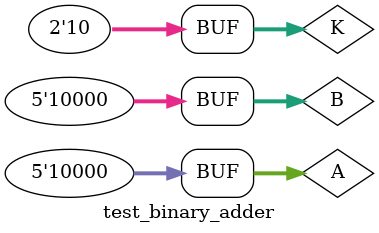
<source format=v>
module test_binary_adder;
wire[3:0] S;
wire C;
reg[4:0] A,B;
reg[1:0] K;
//ripple_carry_4_bit_adder RC1(S,C,A[3:0],B[3:0],K[0]);
carry_lookahead_4_bit_adder_gatelevel CLA1(S,C,A[3:0],B[3:0],K[0]);
initial
begin
	for (A = 5'b00000;A <= 5'b01111; A = A + 5'b00001)
		for (B = 5'b00000;B <= 5'b01111; B = B + 5'b00001)
			for (K = 2'b00;K <= 2'b01;K = K + 2'b01)
				#40;
end

initial
	$monitor($time,"\t A=%d B=%d K=%d S=%d C=%d",A,B,K,S,C);
endmodule

	
</source>
